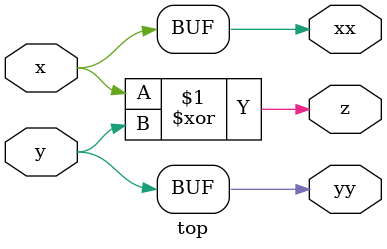
<source format=v>
`timescale 1ns / 1ps


module top(
    input x,
    input y,
    output xx,
    output yy,
    output z
    );
    
    assign xx = x;
    assign yy = y;
    assign z = x ^ y;
endmodule

</source>
